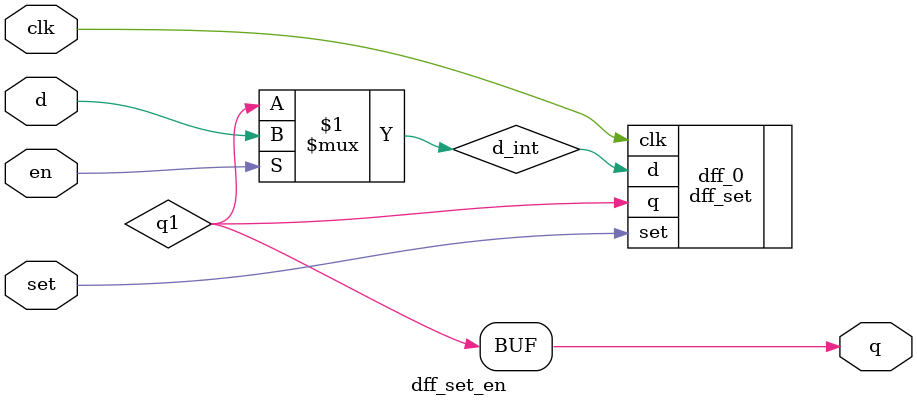
<source format=v>
module dff_set_en (q, d, en, clk, set);

  output q;
  input d;
  input en;
  input clk;
  input set;

  wire d_int, q1;

  assign d_int = en ? d : q1;
  assign q = q1;

  dff_set dff_0(.q(q1), .d(d_int), .clk(clk), .set(set));
  
endmodule

</source>
